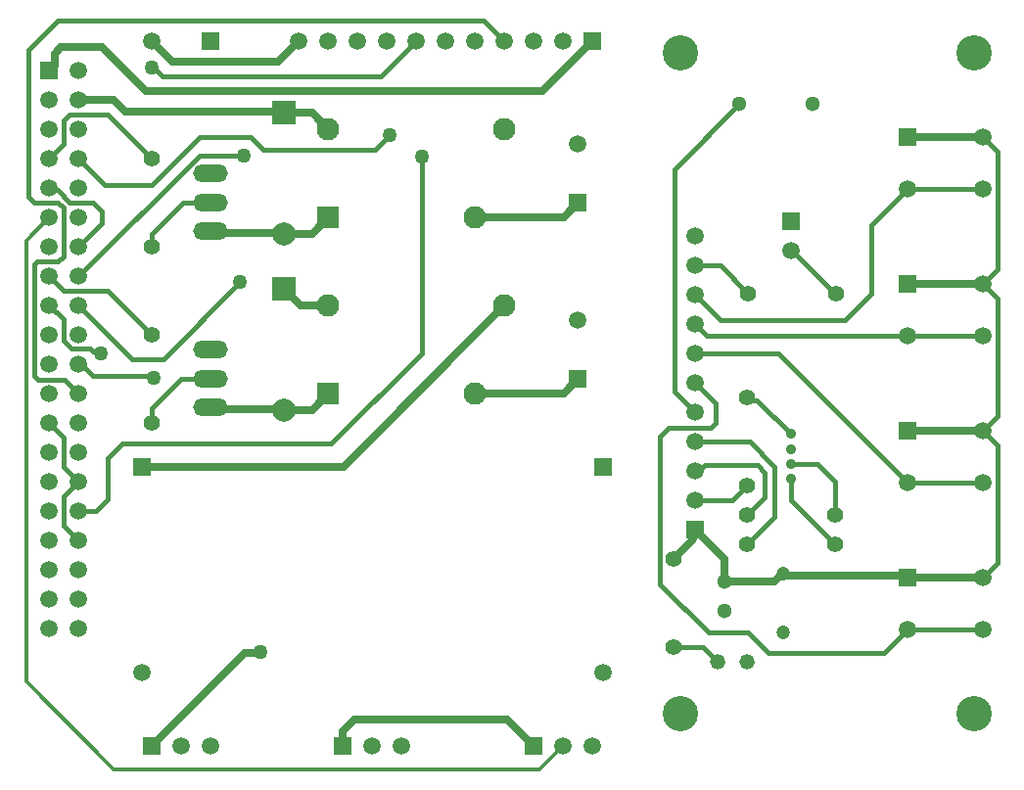
<source format=gbl>
G04*
G04 #@! TF.GenerationSoftware,Altium Limited,Altium Designer,21.1.1 (26)*
G04*
G04 Layer_Physical_Order=2*
G04 Layer_Color=16711680*
%FSLAX25Y25*%
%MOIN*%
G70*
G04*
G04 #@! TF.SameCoordinates,592B810C-F54D-4935-B22E-3467A51DD14B*
G04*
G04*
G04 #@! TF.FilePolarity,Positive*
G04*
G01*
G75*
%ADD37C,0.01500*%
%ADD38C,0.02500*%
%ADD39C,0.05200*%
%ADD40R,0.05937X0.05937*%
%ADD41C,0.05937*%
%ADD42C,0.03500*%
%ADD43C,0.05118*%
%ADD44C,0.05906*%
%ADD45R,0.05906X0.05906*%
%ADD46C,0.05512*%
%ADD47C,0.05898*%
%ADD48R,0.05898X0.05898*%
%ADD49C,0.04724*%
%ADD50C,0.12000*%
%ADD51R,0.07874X0.07874*%
%ADD52C,0.07874*%
%ADD53R,0.07677X0.07677*%
%ADD54C,0.07677*%
%ADD55R,0.05906X0.05906*%
%ADD56O,0.11811X0.05906*%
%ADD57C,0.05000*%
%ADD58C,0.01200*%
D37*
X262500Y99000D02*
Y106400D01*
Y99000D02*
X277500Y84000D01*
X262500Y111500D02*
X271500D01*
X277500Y105500D01*
Y94000D02*
Y105500D01*
X247500Y134000D02*
X248190Y133310D01*
X250890D01*
X262500Y121700D01*
Y184000D02*
X263000D01*
X277500Y169500D01*
X278000D01*
X222500Y49000D02*
X232500D01*
X237500Y44000D01*
X230000Y179000D02*
X238500D01*
X248000Y169500D01*
X302205Y205142D02*
X327795D01*
X290000Y192937D02*
X302205Y205142D01*
X290000Y169500D02*
Y192937D01*
X281000Y160500D02*
X290000Y169500D01*
X238500Y160500D02*
X281000D01*
X230000Y169000D02*
X238500Y160500D01*
X327737Y155200D02*
X327795Y155142D01*
X312000Y155200D02*
X327737D01*
X311942Y155142D02*
X312000Y155200D01*
X302205Y155142D02*
X311942D01*
X230000Y159000D02*
X233858Y155142D01*
X302205D01*
X230000Y149000D02*
X258347D01*
X302205Y105142D01*
X327795D01*
X230000Y139000D02*
X237000Y132000D01*
Y125500D02*
Y132000D01*
X235300Y123800D02*
X237000Y125500D01*
X234500Y54000D02*
X248000D01*
X255000Y47000D01*
X294063D01*
X302205Y55142D01*
X327795D01*
X222797Y211797D02*
X245000Y234000D01*
X222797Y136203D02*
Y211797D01*
Y136203D02*
X230000Y129000D01*
Y119000D02*
X248500D01*
X257000Y110500D01*
Y93500D02*
Y110500D01*
X247500Y84000D02*
X257000Y93500D01*
X230000Y109000D02*
X231081D01*
X233081Y111000D01*
X251061D01*
X253500Y108561D01*
Y100000D02*
Y108561D01*
X247500Y94000D02*
X253500Y100000D01*
X242500Y99000D02*
X247500Y104000D01*
X230000Y99000D02*
X242500D01*
X332750Y77813D02*
Y117903D01*
X327795Y122858D02*
X332750Y117903D01*
X327795Y72858D02*
X332750Y77813D01*
X327795Y172858D02*
X332750Y167903D01*
Y127813D02*
Y167903D01*
X327795Y122858D02*
X332750Y127813D01*
Y177813D02*
Y217903D01*
X327795Y172858D02*
X332750Y177813D01*
X327795Y222858D02*
X332750Y217903D01*
X220800Y123800D02*
X235300D01*
X217900Y70600D02*
X234500Y54000D01*
X217900Y120900D02*
X220800Y123800D01*
X217900Y70600D02*
Y120900D01*
X30000Y170500D02*
X45000Y155500D01*
X15000Y170500D02*
X30000D01*
X10000Y175500D02*
X15000Y170500D01*
X20000Y175500D02*
X61100Y216600D01*
X76200D01*
X55600Y200500D02*
X65000D01*
X15200Y140300D02*
X20000Y135500D01*
X158000Y262500D02*
X165000Y255500D01*
X13000Y262500D02*
X158000D01*
X45000Y189900D02*
X55600Y200500D01*
X45000Y185500D02*
Y189900D01*
X106000Y118500D02*
X136800Y149300D01*
Y216000D01*
X35000Y118500D02*
X106000D01*
X30000Y113500D02*
X35000Y118500D01*
X26000Y95500D02*
X30000Y99500D01*
Y113500D01*
X20000Y95500D02*
X26000D01*
X48700Y147300D02*
X74800Y173400D01*
X20000Y145500D02*
X21000D01*
X25000Y141500D01*
X123000Y243500D02*
X135000Y255500D01*
X25000Y141500D02*
X44961D01*
X45500Y140961D01*
X45000Y130500D02*
X55000Y140500D01*
X45000Y125500D02*
Y130500D01*
X55000Y140500D02*
X65000D01*
X38200Y147300D02*
X48700D01*
X20000Y165500D02*
X38200Y147300D01*
X14800Y153500D02*
Y160700D01*
X10000Y165500D02*
X14800Y160700D01*
X3000Y252500D02*
X13000Y262500D01*
X3000Y202500D02*
Y252500D01*
Y202500D02*
X5000Y200500D01*
X78376Y222850D02*
X82726Y218500D01*
X121000D02*
X126000Y223500D01*
X82726Y218500D02*
X121000D01*
X45000Y206500D02*
X61350Y222850D01*
X78376D01*
X20000Y215500D02*
X29000Y206500D01*
X45000D01*
X10000Y215500D02*
X15000Y220500D01*
X30000Y230500D02*
X45000Y215500D01*
X17000Y230500D02*
X30000D01*
X15000Y220500D02*
Y228500D01*
X17000Y230500D01*
X14800Y153500D02*
X17503Y150797D01*
X23703D01*
X24795Y149705D02*
X26746D01*
X27415Y149035D01*
X23703Y150797D02*
X24795Y149705D01*
X15000Y110500D02*
Y120500D01*
X10000Y125500D02*
X15000Y120500D01*
Y110500D02*
X20000Y105500D01*
X15000Y90500D02*
Y100500D01*
Y90500D02*
X20000Y85500D01*
X15000Y100500D02*
X20000Y105500D01*
X25000Y200500D02*
X28000Y197500D01*
Y193500D02*
Y197500D01*
X20000Y185500D02*
X28000Y193500D01*
X10000Y205500D02*
X10843Y204657D01*
X12843D01*
X17000Y200500D01*
X25000D01*
X13000D02*
X14800Y198700D01*
X5000Y200500D02*
X13000D01*
X14800Y182300D02*
Y198700D01*
X13000Y180500D02*
X14800Y182300D01*
X6200Y140300D02*
X15200D01*
X5879Y180500D02*
X13000D01*
X5000Y141500D02*
X6200Y140300D01*
X5000Y141500D02*
Y179621D01*
X5879Y180500D01*
X48629Y243500D02*
X123000D01*
X45629Y246500D02*
X48629Y243500D01*
X45000Y246500D02*
X45629D01*
D38*
X228232Y84732D02*
X228847Y85452D01*
X229342Y86260D01*
X229705Y87135D01*
X229926Y88056D01*
X230000Y89000D01*
X302205Y122858D02*
X327795D01*
X302205Y172858D02*
X327795D01*
X302205Y222858D02*
X327795D01*
X222500Y79000D02*
X228232Y84732D01*
X240000Y71500D02*
Y79000D01*
Y71500D02*
X256898D01*
X259398Y74000D01*
X260000D01*
X260426Y73574D01*
X301489D01*
X302205Y72858D01*
X327795D01*
X230000Y89000D02*
X240000Y79000D01*
X90000Y231091D02*
X99370D01*
X105000Y225461D01*
X11703Y247203D02*
Y251203D01*
X10000Y245500D02*
X11703Y247203D01*
Y251203D02*
X14000Y253500D01*
X155000Y195539D02*
X185039D01*
X190000Y200500D01*
X185039Y135539D02*
X190000Y140500D01*
X155000Y135539D02*
X185039D01*
X89626Y130283D02*
X90000Y129909D01*
X65374Y130283D02*
X89626D01*
X65000Y130657D02*
X65374Y130283D01*
X99370Y129909D02*
X105000Y135539D01*
X90000Y129909D02*
X99370D01*
X90000Y171091D02*
X95630Y165461D01*
X105000D01*
X45000Y255500D02*
X52000Y248500D01*
X88000D02*
X95000Y255500D01*
X52000Y248500D02*
X88000D01*
X89626Y190283D02*
X90000Y189909D01*
X65374Y190283D02*
X89626D01*
X65000Y190657D02*
X65374Y190283D01*
X99370Y189909D02*
X105000Y195539D01*
X90000Y189909D02*
X99370D01*
X41500Y110500D02*
X110039D01*
X165000Y165461D01*
X81522Y47022D02*
X82000Y47500D01*
X166000Y24500D02*
X175000Y15500D01*
X110000Y20500D02*
X114000Y24500D01*
X166000D01*
X110000Y15500D02*
Y20500D01*
X178000Y238500D02*
X195000Y255500D01*
X32000Y235500D02*
X36000Y231500D01*
X20000Y235500D02*
X32000D01*
X89591Y231500D02*
X90000Y231091D01*
X36000Y231500D02*
X89591D01*
X43000Y238500D02*
X178000D01*
X28000Y253500D02*
X43000Y238500D01*
X14000Y253500D02*
X28000D01*
X76522Y47022D02*
X81522D01*
X45000Y15500D02*
X76522Y47022D01*
D39*
X237500Y44000D02*
D03*
X247500D02*
D03*
D40*
X262500Y194000D02*
D03*
D41*
Y184000D02*
D03*
D42*
Y121700D02*
D03*
Y116600D02*
D03*
Y111500D02*
D03*
Y106400D02*
D03*
D43*
X245000Y234000D02*
D03*
X270000D02*
D03*
X240000Y61500D02*
D03*
Y71500D02*
D03*
D44*
X230000Y99000D02*
D03*
Y109000D02*
D03*
Y119000D02*
D03*
Y129000D02*
D03*
Y139000D02*
D03*
Y149000D02*
D03*
Y159000D02*
D03*
Y169000D02*
D03*
Y179000D02*
D03*
Y189000D02*
D03*
X45000Y255500D02*
D03*
X195000Y15500D02*
D03*
X185000D02*
D03*
X130000D02*
D03*
X120000D02*
D03*
X190000Y220500D02*
D03*
X20000Y55500D02*
D03*
Y65500D02*
D03*
Y75500D02*
D03*
Y85500D02*
D03*
Y95500D02*
D03*
Y105500D02*
D03*
Y115500D02*
D03*
Y125500D02*
D03*
Y135500D02*
D03*
Y145500D02*
D03*
Y155500D02*
D03*
Y165500D02*
D03*
Y175500D02*
D03*
Y185500D02*
D03*
Y195500D02*
D03*
Y205500D02*
D03*
Y215500D02*
D03*
Y225500D02*
D03*
Y235500D02*
D03*
Y245500D02*
D03*
X10000Y215500D02*
D03*
Y155500D02*
D03*
Y145500D02*
D03*
Y165500D02*
D03*
Y175500D02*
D03*
Y185500D02*
D03*
Y195500D02*
D03*
Y205500D02*
D03*
Y225500D02*
D03*
Y235500D02*
D03*
Y55500D02*
D03*
Y95500D02*
D03*
Y85500D02*
D03*
Y65500D02*
D03*
Y75500D02*
D03*
Y105500D02*
D03*
Y115500D02*
D03*
Y125500D02*
D03*
Y135500D02*
D03*
X190000Y160500D02*
D03*
X185000Y255500D02*
D03*
X175000D02*
D03*
X165000D02*
D03*
X155000D02*
D03*
X145000D02*
D03*
X135000D02*
D03*
X125000D02*
D03*
X115000D02*
D03*
X105000D02*
D03*
X95000D02*
D03*
X198500Y40500D02*
D03*
X41500D02*
D03*
X55000Y15500D02*
D03*
X65000D02*
D03*
D45*
X230000Y89000D02*
D03*
X190000Y200500D02*
D03*
X10000Y245500D02*
D03*
X190000Y140500D02*
D03*
D46*
X222500Y49000D02*
D03*
Y79000D02*
D03*
X278000Y169500D02*
D03*
X248000D02*
D03*
X247500Y104000D02*
D03*
Y134000D02*
D03*
X277500Y94000D02*
D03*
X247500D02*
D03*
X277500Y84000D02*
D03*
X247500D02*
D03*
X45000Y125500D02*
D03*
Y155500D02*
D03*
Y185500D02*
D03*
Y215500D02*
D03*
D47*
X327795Y72858D02*
D03*
Y55142D02*
D03*
X302205D02*
D03*
X327795Y122858D02*
D03*
Y105142D02*
D03*
X302205D02*
D03*
Y205142D02*
D03*
X327795D02*
D03*
Y222858D02*
D03*
Y172858D02*
D03*
Y155142D02*
D03*
X302205D02*
D03*
D48*
Y72858D02*
D03*
Y122858D02*
D03*
Y222858D02*
D03*
Y172858D02*
D03*
D49*
X260000Y54000D02*
D03*
Y74000D02*
D03*
D50*
X225000Y26500D02*
D03*
X325000D02*
D03*
Y251500D02*
D03*
X225000D02*
D03*
D51*
X90000Y171091D02*
D03*
Y231091D02*
D03*
D52*
Y129909D02*
D03*
Y189909D02*
D03*
D53*
X105000Y135539D02*
D03*
Y195539D02*
D03*
D54*
X155000Y135539D02*
D03*
X165000Y165461D02*
D03*
X105000D02*
D03*
X155000Y195539D02*
D03*
X165000Y225461D02*
D03*
X105000D02*
D03*
D55*
X65000Y255500D02*
D03*
X175000Y15500D02*
D03*
X110000D02*
D03*
X195000Y255500D02*
D03*
X41500Y110500D02*
D03*
X198500D02*
D03*
X45000Y15500D02*
D03*
D56*
X65000Y150343D02*
D03*
Y130657D02*
D03*
Y140500D02*
D03*
Y210343D02*
D03*
Y190657D02*
D03*
Y200500D02*
D03*
D57*
X76200Y216600D02*
D03*
X74800Y173400D02*
D03*
X136800Y216000D02*
D03*
X45500Y140961D02*
D03*
X82000Y47500D02*
D03*
X27415Y149035D02*
D03*
X126000Y223500D02*
D03*
X45000Y246500D02*
D03*
D58*
X32000Y7500D02*
X177000D01*
X185000Y15500D01*
X2100Y37400D02*
Y187600D01*
X10000Y195500D01*
X2100Y37400D02*
X32000Y7500D01*
M02*

</source>
